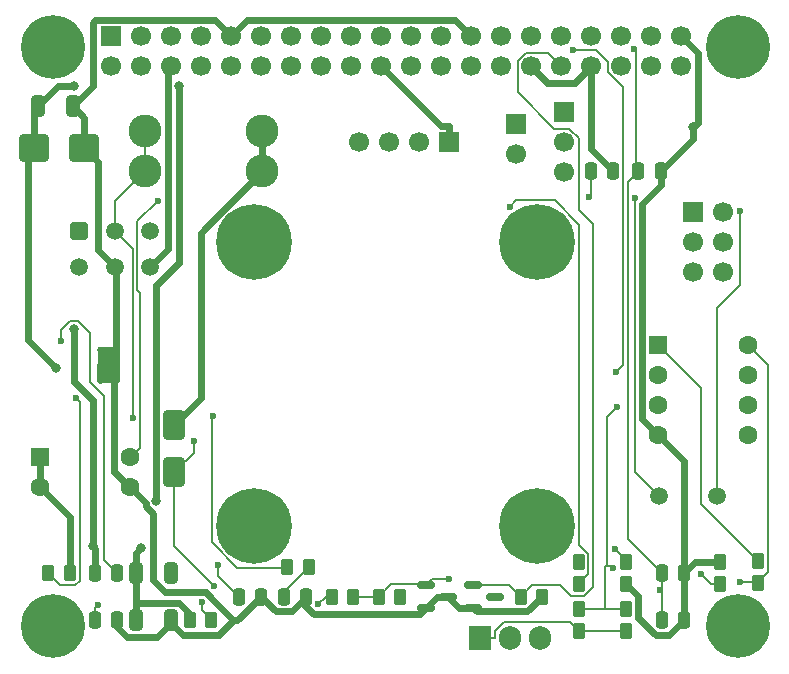
<source format=gbl>
%TF.GenerationSoftware,KiCad,Pcbnew,9.0.7*%
%TF.CreationDate,2026-02-04T17:23:19-06:00*%
%TF.ProjectId,power-hat,706f7765-722d-4686-9174-2e6b69636164,rev?*%
%TF.SameCoordinates,Original*%
%TF.FileFunction,Copper,L2,Bot*%
%TF.FilePolarity,Positive*%
%FSLAX46Y46*%
G04 Gerber Fmt 4.6, Leading zero omitted, Abs format (unit mm)*
G04 Created by KiCad (PCBNEW 9.0.7) date 2026-02-04 17:23:19*
%MOMM*%
%LPD*%
G01*
G04 APERTURE LIST*
G04 Aperture macros list*
%AMRoundRect*
0 Rectangle with rounded corners*
0 $1 Rounding radius*
0 $2 $3 $4 $5 $6 $7 $8 $9 X,Y pos of 4 corners*
0 Add a 4 corners polygon primitive as box body*
4,1,4,$2,$3,$4,$5,$6,$7,$8,$9,$2,$3,0*
0 Add four circle primitives for the rounded corners*
1,1,$1+$1,$2,$3*
1,1,$1+$1,$4,$5*
1,1,$1+$1,$6,$7*
1,1,$1+$1,$8,$9*
0 Add four rect primitives between the rounded corners*
20,1,$1+$1,$2,$3,$4,$5,0*
20,1,$1+$1,$4,$5,$6,$7,0*
20,1,$1+$1,$6,$7,$8,$9,0*
20,1,$1+$1,$8,$9,$2,$3,0*%
G04 Aperture macros list end*
%TA.AperFunction,HeatsinkPad*%
%ADD10C,0.500000*%
%TD*%
%TA.AperFunction,HeatsinkPad*%
%ADD11R,1.800000X3.100000*%
%TD*%
%TA.AperFunction,ComponentPad*%
%ADD12C,5.400000*%
%TD*%
%TA.AperFunction,ComponentPad*%
%ADD13R,1.700000X1.700000*%
%TD*%
%TA.AperFunction,ComponentPad*%
%ADD14C,1.700000*%
%TD*%
%TA.AperFunction,ComponentPad*%
%ADD15C,6.400000*%
%TD*%
%TA.AperFunction,ComponentPad*%
%ADD16C,1.500000*%
%TD*%
%TA.AperFunction,ComponentPad*%
%ADD17C,2.780000*%
%TD*%
%TA.AperFunction,ComponentPad*%
%ADD18R,1.905000X2.000000*%
%TD*%
%TA.AperFunction,ComponentPad*%
%ADD19O,1.905000X2.000000*%
%TD*%
%TA.AperFunction,ComponentPad*%
%ADD20RoundRect,0.250000X-0.550000X-0.550000X0.550000X-0.550000X0.550000X0.550000X-0.550000X0.550000X0*%
%TD*%
%TA.AperFunction,ComponentPad*%
%ADD21C,1.600000*%
%TD*%
%TA.AperFunction,ComponentPad*%
%ADD22RoundRect,0.250001X-0.499999X-0.499999X0.499999X-0.499999X0.499999X0.499999X-0.499999X0.499999X0*%
%TD*%
%TA.AperFunction,SMDPad,CuDef*%
%ADD23RoundRect,0.250000X-0.650000X1.000000X-0.650000X-1.000000X0.650000X-1.000000X0.650000X1.000000X0*%
%TD*%
%TA.AperFunction,SMDPad,CuDef*%
%ADD24RoundRect,0.250000X-0.262500X-0.450000X0.262500X-0.450000X0.262500X0.450000X-0.262500X0.450000X0*%
%TD*%
%TA.AperFunction,SMDPad,CuDef*%
%ADD25RoundRect,0.250000X-0.250000X-0.475000X0.250000X-0.475000X0.250000X0.475000X-0.250000X0.475000X0*%
%TD*%
%TA.AperFunction,SMDPad,CuDef*%
%ADD26RoundRect,0.250000X-0.325000X-0.650000X0.325000X-0.650000X0.325000X0.650000X-0.325000X0.650000X0*%
%TD*%
%TA.AperFunction,SMDPad,CuDef*%
%ADD27RoundRect,0.250000X-1.000000X-0.900000X1.000000X-0.900000X1.000000X0.900000X-1.000000X0.900000X0*%
%TD*%
%TA.AperFunction,SMDPad,CuDef*%
%ADD28RoundRect,0.150000X-0.587500X-0.150000X0.587500X-0.150000X0.587500X0.150000X-0.587500X0.150000X0*%
%TD*%
%TA.AperFunction,ViaPad*%
%ADD29C,0.800000*%
%TD*%
%TA.AperFunction,ViaPad*%
%ADD30C,0.600000*%
%TD*%
%TA.AperFunction,Conductor*%
%ADD31C,0.600000*%
%TD*%
%TA.AperFunction,Conductor*%
%ADD32C,0.200000*%
%TD*%
G04 APERTURE END LIST*
D10*
%TO.P,U1,9,GND*%
%TO.N,GND*%
X103287500Y-83105000D03*
X103287500Y-84405000D03*
X103287500Y-85705000D03*
D11*
X103937500Y-84405000D03*
D10*
X104587500Y-83105000D03*
X104587500Y-84405000D03*
X104587500Y-85705000D03*
%TD*%
D12*
%TO.P,H1,1*%
%TO.N,N/C*%
X99280000Y-57500000D03*
%TD*%
%TO.P,H2,1*%
%TO.N,N/C*%
X157280000Y-57500000D03*
%TD*%
D13*
%TO.P,J3,1,Pin_1*%
%TO.N,unconnected-(J3-Pin_1-Pad1)*%
X153500000Y-71420000D03*
D14*
%TO.P,J3,2,Pin_2*%
%TO.N,unconnected-(J3-Pin_2-Pad2)*%
X156040000Y-71420000D03*
%TO.P,J3,3,Pin_3*%
%TO.N,unconnected-(J3-Pin_3-Pad3)*%
X153500000Y-73960000D03*
%TO.P,J3,4,Pin_4*%
%TO.N,unconnected-(J3-Pin_4-Pad4)*%
X156040000Y-73960000D03*
%TO.P,J3,5,Pin_5*%
%TO.N,unconnected-(J3-Pin_5-Pad5)*%
X153500000Y-76500000D03*
%TO.P,J3,6,Pin_6*%
%TO.N,unconnected-(J3-Pin_6-Pad6)*%
X156040000Y-76500000D03*
%TD*%
D12*
%TO.P,H3,1*%
%TO.N,N/C*%
X99280000Y-106500000D03*
%TD*%
D13*
%TO.P,JP1,1,Pin_1*%
%TO.N,unconnected-(JP1-Pin_1-Pad1)*%
X138500000Y-64000000D03*
D14*
%TO.P,JP1,2,Pin_2*%
%TO.N,unconnected-(JP1-Pin_2-Pad2)*%
X138500000Y-66540000D03*
%TD*%
D12*
%TO.P,H4,1*%
%TO.N,N/C*%
X157280000Y-106500000D03*
%TD*%
D15*
%TO.P,FH1,1*%
%TO.N,N/C*%
X116280000Y-74000000D03*
%TD*%
D16*
%TO.P,Y1,1,1*%
%TO.N,XTAL1*%
X150620000Y-95500000D03*
%TO.P,Y1,2,2*%
%TO.N,XTAL2*%
X155500000Y-95500000D03*
%TD*%
D15*
%TO.P,FH2,1*%
%TO.N,N/C*%
X140280000Y-74000000D03*
%TD*%
D17*
%TO.P,F1,1*%
%TO.N,12V_IGN*%
X107040000Y-64600000D03*
X107040000Y-68000000D03*
%TO.P,F1,2*%
%TO.N,12V_FUSED*%
X116960000Y-64600000D03*
X116960000Y-68000000D03*
%TD*%
D13*
%TO.P,J2,1,Pin_1*%
%TO.N,12V_FUSED*%
X104209500Y-56567700D03*
D14*
%TO.P,J2,2,Pin_2*%
%TO.N,+5V*%
X104209500Y-59107700D03*
%TO.P,J2,3,Pin_3*%
%TO.N,unconnected-(J2-Pin_3-Pad3)*%
X106749500Y-56567700D03*
%TO.P,J2,4,Pin_4*%
%TO.N,+5V*%
X106749500Y-59107700D03*
%TO.P,J2,5,Pin_5*%
%TO.N,unconnected-(J2-Pin_5-Pad5)*%
X109289500Y-56567700D03*
%TO.P,J2,6,Pin_6*%
%TO.N,GND*%
X109289500Y-59107700D03*
%TO.P,J2,7,Pin_7*%
%TO.N,unconnected-(J2-Pin_7-Pad7)*%
X111829500Y-56567700D03*
%TO.P,J2,8,Pin_8*%
%TO.N,unconnected-(J2-Pin_8-Pad8)*%
X111829500Y-59107700D03*
%TO.P,J2,9,Pin_9*%
%TO.N,GND*%
X114369500Y-56567700D03*
%TO.P,J2,10,Pin_10*%
%TO.N,unconnected-(J2-Pin_10-Pad10)*%
X114369500Y-59107700D03*
%TO.P,J2,11,Pin_11*%
%TO.N,unconnected-(J2-Pin_11-Pad11)*%
X116909500Y-56567700D03*
%TO.P,J2,12,Pin_12*%
%TO.N,unconnected-(J2-Pin_12-Pad12)*%
X116909500Y-59107700D03*
%TO.P,J2,13,Pin_13*%
%TO.N,unconnected-(J2-Pin_13-Pad13)*%
X119449500Y-56567700D03*
%TO.P,J2,14,Pin_14*%
%TO.N,GND*%
X119449500Y-59107700D03*
%TO.P,J2,15,Pin_15*%
%TO.N,SHUTDOWN_REQ*%
X121989500Y-56567700D03*
%TO.P,J2,16,Pin_16*%
%TO.N,unconnected-(J2-Pin_16-Pad16)*%
X121989500Y-59107700D03*
%TO.P,J2,17,Pin_17*%
%TO.N,+3.3V*%
X124529500Y-56567700D03*
%TO.P,J2,18,Pin_18*%
%TO.N,unconnected-(J2-Pin_18-Pad18)*%
X124529500Y-59107700D03*
%TO.P,J2,19,Pin_19*%
%TO.N,unconnected-(J2-Pin_19-Pad19)*%
X127069500Y-56567700D03*
%TO.P,J2,20,Pin_20*%
%TO.N,GND*%
X127069500Y-59107700D03*
%TO.P,J2,21,Pin_21*%
%TO.N,unconnected-(J2-Pin_21-Pad21)*%
X129609500Y-56567700D03*
%TO.P,J2,22,Pin_22*%
%TO.N,unconnected-(J2-Pin_22-Pad22)*%
X129609500Y-59107700D03*
%TO.P,J2,23,Pin_23*%
%TO.N,unconnected-(J2-Pin_23-Pad23)*%
X132149500Y-56567700D03*
%TO.P,J2,24,Pin_24*%
%TO.N,unconnected-(J2-Pin_24-Pad24)*%
X132149500Y-59107700D03*
%TO.P,J2,25,Pin_25*%
%TO.N,GND*%
X134689500Y-56567700D03*
%TO.P,J2,26,Pin_26*%
%TO.N,unconnected-(J2-Pin_26-Pad26)*%
X134689500Y-59107700D03*
%TO.P,J2,27,Pin_27*%
%TO.N,unconnected-(J2-Pin_27-Pad27)*%
X137229500Y-56567700D03*
%TO.P,J2,28,Pin_28*%
%TO.N,unconnected-(J2-Pin_28-Pad28)*%
X137229500Y-59107700D03*
%TO.P,J2,29,Pin_29*%
%TO.N,unconnected-(J2-Pin_29-Pad29)*%
X139769500Y-56567700D03*
%TO.P,J2,30,Pin_30*%
%TO.N,GND*%
X139769500Y-59107700D03*
%TO.P,J2,31,Pin_31*%
%TO.N,unconnected-(J2-Pin_31-Pad31)*%
X142309500Y-56567700D03*
%TO.P,J2,32,Pin_32*%
%TO.N,FAN_PWM*%
X142309500Y-59107700D03*
%TO.P,J2,33,Pin_33*%
%TO.N,FAN_TACH*%
X144849500Y-56567700D03*
%TO.P,J2,34,Pin_34*%
%TO.N,GND*%
X144849500Y-59107700D03*
%TO.P,J2,35,Pin_35*%
%TO.N,unconnected-(J2-Pin_35-Pad35)*%
X147389500Y-56567700D03*
%TO.P,J2,36,Pin_36*%
%TO.N,unconnected-(J2-Pin_36-Pad36)*%
X147389500Y-59107700D03*
%TO.P,J2,37,Pin_37*%
%TO.N,unconnected-(J2-Pin_37-Pad37)*%
X149929500Y-56567700D03*
%TO.P,J2,38,Pin_38*%
%TO.N,unconnected-(J2-Pin_38-Pad38)*%
X149929500Y-59107700D03*
%TO.P,J2,39,Pin_39*%
%TO.N,GND*%
X152469500Y-56567700D03*
%TO.P,J2,40,Pin_40*%
%TO.N,unconnected-(J2-Pin_40-Pad40)*%
X152469500Y-59107700D03*
%TD*%
D15*
%TO.P,FH3,1*%
%TO.N,N/C*%
X116280000Y-98000000D03*
%TD*%
%TO.P,FH4,1*%
%TO.N,N/C*%
X140280000Y-98000000D03*
%TD*%
D13*
%TO.P,JP2,1,Pin_1*%
%TO.N,unconnected-(JP2-Pin_1-Pad1)*%
X142500000Y-63000000D03*
D14*
%TO.P,JP2,2,Pin_2*%
%TO.N,unconnected-(JP2-Pin_2-Pad2)*%
X142500000Y-65540000D03*
%TO.P,JP2,3,Pin_3*%
%TO.N,unconnected-(JP2-Pin_3-Pad3)*%
X142500000Y-68080000D03*
%TD*%
D18*
%TO.P,Q1,1,G*%
%TO.N,/Q1_GATE*%
X135420000Y-107500000D03*
D19*
%TO.P,Q1,2,D*%
%TO.N,12V_SWITCHED*%
X137960000Y-107500000D03*
%TO.P,Q1,3,S*%
X140500000Y-107500000D03*
%TD*%
D13*
%TO.P,J4,1,Pin_1*%
%TO.N,GND*%
X132810000Y-65500000D03*
D14*
%TO.P,J4,2,Pin_2*%
%TO.N,FAN+*%
X130270000Y-65500000D03*
%TO.P,J4,3,Pin_3*%
%TO.N,FAN_TACH*%
X127730000Y-65500000D03*
%TO.P,J4,4,Pin_4*%
%TO.N,FAN_PWM*%
X125190000Y-65500000D03*
%TD*%
D20*
%TO.P,U3,1,~{RESET}/PB5*%
%TO.N,RESET*%
X150500000Y-82690000D03*
D21*
%TO.P,U3,2,XTAL1/PB3*%
%TO.N,GATE_CTRL*%
X150500000Y-85230000D03*
%TO.P,U3,3,XTAL2/PB4*%
%TO.N,SHUTDOWN_REQ*%
X150500000Y-87770000D03*
%TO.P,U3,4,GND*%
%TO.N,GND*%
X150500000Y-90310000D03*
%TO.P,U3,5,AREF/PB0*%
%TO.N,HEARTBEAT_LED*%
X158120000Y-90310000D03*
%TO.P,U3,6,PB1*%
%TO.N,TIMER_LED*%
X158120000Y-87770000D03*
%TO.P,U3,7,PB2*%
%TO.N,IGN_DETECT*%
X158120000Y-85230000D03*
%TO.P,U3,8,VCC*%
%TO.N,+3.3V*%
X158120000Y-82690000D03*
%TD*%
D22*
%TO.P,J1,1,Pin_1*%
%TO.N,12V_IGN*%
X101500000Y-73060000D03*
D16*
%TO.P,J1,2,Pin_2*%
X104500000Y-73060000D03*
%TO.P,J1,3,Pin_3*%
%TO.N,12V_ACC*%
X107500000Y-73060000D03*
%TO.P,J1,4,Pin_4*%
%TO.N,GND*%
X101500000Y-76060000D03*
%TO.P,J1,5,Pin_5*%
X104500000Y-76060000D03*
%TO.P,J1,6,Pin_6*%
X107500000Y-76060000D03*
%TD*%
D20*
%TO.P,U2,1*%
%TO.N,GND*%
X98195000Y-92225000D03*
D21*
%TO.P,U2,2*%
X98195000Y-94765000D03*
%TO.P,U2,3*%
X105815000Y-94765000D03*
%TO.P,U2,4*%
%TO.N,IGN_DETECT*%
X105815000Y-92225000D03*
%TD*%
D23*
%TO.P,D2,1,K*%
%TO.N,12V_FUSED*%
X109500000Y-89500000D03*
%TO.P,D2,2,A*%
%TO.N,12V_IGN*%
X109500000Y-93500000D03*
%TD*%
D24*
%TO.P,R2,1*%
%TO.N,/Q1_GATE*%
X147780000Y-106912500D03*
%TO.P,R2,2*%
%TO.N,GATE_CTRL*%
X147780000Y-105087500D03*
%TD*%
%TO.P,R3,1*%
%TO.N,+5V*%
X110867500Y-106000000D03*
%TO.P,R3,2*%
%TO.N,/U1_FB*%
X112692500Y-106000000D03*
%TD*%
D25*
%TO.P,C1,1*%
%TO.N,+3.3V*%
X102830000Y-106000000D03*
%TO.P,C1,2*%
%TO.N,GND*%
X104730000Y-106000000D03*
%TD*%
D26*
%TO.P,C9,1*%
%TO.N,12V_FUSED*%
X98000000Y-62500000D03*
%TO.P,C9,2*%
%TO.N,GND*%
X100950000Y-62500000D03*
%TD*%
D25*
%TO.P,C4,1*%
%TO.N,+3.3V*%
X148830000Y-68000000D03*
%TO.P,C4,2*%
%TO.N,GND*%
X150730000Y-68000000D03*
%TD*%
%TO.P,C_BOOT1,1*%
%TO.N,/U1_SW*%
X102830000Y-102000000D03*
%TO.P,C_BOOT1,2*%
%TO.N,/U1_BOOT*%
X104730000Y-102000000D03*
%TD*%
D24*
%TO.P,R1,1*%
%TO.N,GND*%
X147780000Y-102912500D03*
%TO.P,R1,2*%
%TO.N,/U1_FB*%
X147780000Y-101087500D03*
%TD*%
D27*
%TO.P,D1,1,A1*%
%TO.N,12V_FUSED*%
X97630000Y-66000000D03*
%TO.P,D1,2,A2*%
%TO.N,GND*%
X101930000Y-66000000D03*
%TD*%
D24*
%TO.P,R5,1*%
%TO.N,/Q1_GATE*%
X143780000Y-106912500D03*
%TO.P,R5,2*%
%TO.N,GATE_CTRL*%
X143780000Y-105087500D03*
%TD*%
D25*
%TO.P,C5,1*%
%TO.N,+3.3V*%
X150830000Y-102000000D03*
%TO.P,C5,2*%
%TO.N,GND*%
X152730000Y-102000000D03*
%TD*%
D26*
%TO.P,C2,1*%
%TO.N,+5V*%
X106305000Y-106000000D03*
%TO.P,C2,2*%
%TO.N,GND*%
X109255000Y-106000000D03*
%TD*%
D24*
%TO.P,R7,1*%
%TO.N,+3.3V*%
X159000000Y-102825000D03*
%TO.P,R7,2*%
%TO.N,RESET*%
X159000000Y-101000000D03*
%TD*%
%TO.P,R9,1*%
%TO.N,GATE_CTRL*%
X126867500Y-104000000D03*
%TO.P,R9,2*%
%TO.N,Q2_GATE*%
X128692500Y-104000000D03*
%TD*%
D28*
%TO.P,Q3,1,G*%
%TO.N,FAN_PWM*%
X134842500Y-103050000D03*
%TO.P,Q3,2,S*%
%TO.N,GND*%
X134842500Y-104950000D03*
%TO.P,Q3,3,D*%
%TO.N,FAN-*%
X136717500Y-104000000D03*
%TD*%
D24*
%TO.P,R10,1*%
%TO.N,FAN_PWM*%
X138867500Y-104000000D03*
%TO.P,R10,2*%
%TO.N,GND*%
X140692500Y-104000000D03*
%TD*%
%TO.P,R_RT1,1*%
%TO.N,/RT_CLK*%
X98867500Y-102000000D03*
%TO.P,R_RT1,2*%
%TO.N,GND*%
X100692500Y-102000000D03*
%TD*%
D25*
%TO.P,C3,1*%
%TO.N,IGN_DETECT*%
X144830000Y-68000000D03*
%TO.P,C3,2*%
%TO.N,GND*%
X146730000Y-68000000D03*
%TD*%
D24*
%TO.P,R6,1*%
%TO.N,12V_IGN*%
X155780000Y-102912500D03*
%TO.P,R6,2*%
%TO.N,GND*%
X155780000Y-101087500D03*
%TD*%
%TO.P,R4,1*%
%TO.N,12V_ACC*%
X143780000Y-102912500D03*
%TO.P,R4,2*%
%TO.N,R6_OUT*%
X143780000Y-101087500D03*
%TD*%
D26*
%TO.P,C8,1*%
%TO.N,+5V*%
X106305000Y-102000000D03*
%TO.P,C8,2*%
%TO.N,U1-FB*%
X109255000Y-102000000D03*
%TD*%
D28*
%TO.P,Q2,1,G*%
%TO.N,GATE_CTRL*%
X130842500Y-103050000D03*
%TO.P,Q2,2,S*%
%TO.N,GND*%
X130842500Y-104950000D03*
%TO.P,Q2,3,D*%
X132717500Y-104000000D03*
%TD*%
D25*
%TO.P,C6,1*%
%TO.N,+3.3V*%
X150830000Y-106000000D03*
%TO.P,C6,2*%
%TO.N,GND*%
X152730000Y-106000000D03*
%TD*%
%TO.P,C7,1*%
%TO.N,XTAL1*%
X115000000Y-104000000D03*
%TO.P,C7,2*%
%TO.N,GND*%
X116900000Y-104000000D03*
%TD*%
D24*
%TO.P,R8,1*%
%TO.N,+3.3V*%
X122867500Y-104000000D03*
%TO.P,R8,2*%
%TO.N,GATE_CTRL*%
X124692500Y-104000000D03*
%TD*%
D25*
%TO.P,C_COMP1,1*%
%TO.N,/COMP_RC*%
X118830000Y-104000000D03*
%TO.P,C_COMP1,2*%
%TO.N,GND*%
X120730000Y-104000000D03*
%TD*%
D24*
%TO.P,R_COMP1,1*%
%TO.N,/U1_COMP*%
X119087500Y-101500000D03*
%TO.P,R_COMP1,2*%
%TO.N,/COMP_RC*%
X120912500Y-101500000D03*
%TD*%
D29*
%TO.N,GND*%
X153472200Y-64252500D03*
D30*
%TO.N,+3.3V*%
X121737000Y-104670800D03*
X150643600Y-103455100D03*
X157431600Y-102794200D03*
X103050700Y-104729100D03*
X148446300Y-57651000D03*
D29*
%TO.N,+5V*%
X108014100Y-95936100D03*
X109907400Y-60771600D03*
X106699200Y-99882800D03*
D30*
%TO.N,IGN_DETECT*%
X108188600Y-70483100D03*
X144622900Y-70144800D03*
%TO.N,XTAL1*%
X113253500Y-101333600D03*
X148561400Y-70219200D03*
%TO.N,XTAL2*%
X157403900Y-71357600D03*
D29*
%TO.N,12V_FUSED*%
X101041700Y-60815500D03*
X99516500Y-84641200D03*
D30*
%TO.N,/U1_BOOT*%
X99975500Y-82405300D03*
D29*
%TO.N,/U1_SW*%
X102626400Y-99747300D03*
X101047200Y-81360200D03*
D30*
%TO.N,12V_ACC*%
X137957300Y-71009300D03*
%TO.N,SHUTDOWN_REQ*%
X146961300Y-84957800D03*
X143311300Y-57759700D03*
%TO.N,GATE_CTRL*%
X146664700Y-101617000D03*
X147051600Y-87915700D03*
X132842500Y-102530500D03*
%TO.N,/U1_FB*%
X111875000Y-104425800D03*
X146862400Y-99957700D03*
%TO.N,/U1_COMP*%
X112805400Y-88739300D03*
%TO.N,/RT_CLK*%
X101203400Y-87201400D03*
%TO.N,12V_IGN*%
X111189500Y-90873600D03*
X106007800Y-88848900D03*
X154159500Y-102107800D03*
X112934100Y-103118500D03*
%TD*%
D31*
%TO.N,GND*%
X139769500Y-59107700D02*
X141143600Y-60481800D01*
X133667500Y-104950000D02*
X132717500Y-104000000D01*
X107111100Y-96063500D02*
X107111200Y-96063600D01*
X114369500Y-56567700D02*
X115720500Y-55216700D01*
X107112400Y-96309500D02*
X107780000Y-96977100D01*
X113304600Y-107253000D02*
X114545200Y-106012400D01*
X130311600Y-105480900D02*
X130842500Y-104950000D01*
X152730000Y-102000000D02*
X152730000Y-92540000D01*
X120299100Y-104430900D02*
X121349000Y-105480900D01*
X102669800Y-55405400D02*
X102858500Y-55216700D01*
X107780000Y-96977100D02*
X107780000Y-102629200D01*
X150730000Y-68000000D02*
X153472200Y-65257800D01*
X98195000Y-92225000D02*
X98195000Y-94765000D01*
X104500000Y-76060000D02*
X104587500Y-76147500D01*
X118127700Y-105227700D02*
X116900000Y-104000000D01*
X108106100Y-107402700D02*
X105575200Y-107402700D01*
X104474100Y-93424100D02*
X105815000Y-94765000D01*
X133338500Y-55216700D02*
X134689500Y-56567700D01*
X109255000Y-106253800D02*
X109255000Y-106000000D01*
X132110100Y-64148300D02*
X132810000Y-64148300D01*
X104474100Y-85818400D02*
X104474100Y-93424100D01*
X100692500Y-102000000D02*
X100692500Y-97262500D01*
X107111200Y-96063600D02*
X107111200Y-96167000D01*
X109289500Y-59107700D02*
X109005700Y-59391500D01*
X141143600Y-60481800D02*
X143475400Y-60481800D01*
X107780000Y-102629200D02*
X108774900Y-103624100D01*
X103937500Y-84405000D02*
X104587500Y-84405000D01*
X102858500Y-55216700D02*
X113018500Y-55216700D01*
X139443000Y-105249500D02*
X135142000Y-105249500D01*
X101930000Y-66000000D02*
X103112400Y-67182400D01*
X152469500Y-56567700D02*
X153857200Y-57955400D01*
X102669800Y-60780200D02*
X102669800Y-55405400D01*
X103112400Y-74672400D02*
X104500000Y-76060000D01*
X151449200Y-107280800D02*
X150294600Y-107280800D01*
X101930000Y-66000000D02*
X101930000Y-63480000D01*
X112676700Y-104144000D02*
X114545200Y-106012400D01*
X132810000Y-65500000D02*
X132810000Y-64148300D01*
X109255000Y-106253800D02*
X108106100Y-107402700D01*
X127069500Y-59107700D02*
X132110100Y-64148300D01*
X134842500Y-104950000D02*
X133667500Y-104950000D01*
X108774900Y-103624100D02*
X112207100Y-103624100D01*
X112676700Y-104093700D02*
X112676700Y-104144000D01*
X107111200Y-96167000D02*
X107112400Y-96168200D01*
X121349000Y-105480900D02*
X130311600Y-105480900D01*
X135142000Y-105249500D02*
X134842500Y-104950000D01*
X131792500Y-104000000D02*
X130842500Y-104950000D01*
X152730000Y-106000000D02*
X151449200Y-107280800D01*
X109005700Y-74554300D02*
X107500000Y-76060000D01*
X153642500Y-101087500D02*
X152730000Y-102000000D01*
X110254200Y-107253000D02*
X113304600Y-107253000D01*
X152730000Y-102000000D02*
X152730000Y-106000000D01*
X104587500Y-85705000D02*
X104474100Y-85818400D01*
X109005700Y-59391500D02*
X109005700Y-74554300D01*
X143475400Y-60481800D02*
X144849500Y-59107700D01*
X150730000Y-69184400D02*
X150730000Y-68000000D01*
X100692500Y-97262500D02*
X98195000Y-94765000D01*
X105575200Y-107402700D02*
X104730000Y-106557500D01*
X148795200Y-105781400D02*
X148795200Y-103927700D01*
X109255000Y-106253800D02*
X110254200Y-107253000D01*
X120730000Y-104000000D02*
X120299100Y-104430900D01*
X115720500Y-55216700D02*
X133338500Y-55216700D01*
X144849500Y-66119500D02*
X146730000Y-68000000D01*
X140692500Y-104000000D02*
X139443000Y-105249500D01*
X104587500Y-85705000D02*
X104587500Y-84405000D01*
X107111100Y-96061100D02*
X107111100Y-96063500D01*
X153472200Y-65257800D02*
X153472200Y-64252500D01*
X105815000Y-94765000D02*
X107111100Y-96061100D01*
X153857200Y-57955400D02*
X153857200Y-63867500D01*
X114545200Y-106012500D02*
X114545200Y-106012400D01*
X107112400Y-96168200D02*
X107112400Y-96309500D01*
X155780000Y-101087500D02*
X153642500Y-101087500D01*
X100950000Y-62500000D02*
X102669800Y-60780200D01*
X116900000Y-104000000D02*
X114887500Y-106012500D01*
X112207100Y-103624100D02*
X112676700Y-104093700D01*
X103287500Y-85705000D02*
X103287500Y-84405000D01*
X120299100Y-104430900D02*
X119502300Y-105227700D01*
X114887500Y-106012500D02*
X114545200Y-106012500D01*
X144849500Y-59107700D02*
X144849500Y-66119500D01*
X113018500Y-55216700D02*
X114369500Y-56567700D01*
X149183900Y-88993900D02*
X149183900Y-70730500D01*
X132717500Y-104000000D02*
X131792500Y-104000000D01*
X152730000Y-92540000D02*
X150500000Y-90310000D01*
X153857200Y-63867500D02*
X153472200Y-64252500D01*
X149183900Y-70730500D02*
X150730000Y-69184400D01*
X119502300Y-105227700D02*
X118127700Y-105227700D01*
X104587500Y-76147500D02*
X104587500Y-83105000D01*
X101930000Y-63480000D02*
X100950000Y-62500000D01*
X150294600Y-107280800D02*
X148795200Y-105781400D01*
X104587500Y-83105000D02*
X104587500Y-84405000D01*
X103112400Y-67182400D02*
X103112400Y-74672400D01*
X150500000Y-90310000D02*
X149183900Y-88993900D01*
X148795200Y-103927700D02*
X147780000Y-102912500D01*
X104730000Y-106557500D02*
X104730000Y-106000000D01*
D32*
%TO.N,+3.3V*%
X159834600Y-101959600D02*
X159834600Y-84404600D01*
X122407800Y-104000000D02*
X121737000Y-104670800D01*
X159000000Y-102794200D02*
X157431600Y-102794200D01*
X150830000Y-103455100D02*
X150643600Y-103455100D01*
X147959700Y-68870300D02*
X148830000Y-68000000D01*
X148659500Y-67829500D02*
X148830000Y-68000000D01*
X148659500Y-57864200D02*
X148659500Y-67829500D01*
X150830000Y-102000000D02*
X147959700Y-99129700D01*
X159000000Y-102825000D02*
X159000000Y-102794200D01*
X148446300Y-57651000D02*
X148659500Y-57864200D01*
X159834600Y-84404600D02*
X158120000Y-82690000D01*
X159000000Y-102794200D02*
X159834600Y-101959600D01*
X102830000Y-104949800D02*
X102830000Y-106000000D01*
X122867500Y-104000000D02*
X122407800Y-104000000D01*
X147959700Y-99129700D02*
X147959700Y-68870300D01*
X103050700Y-104729100D02*
X102830000Y-104949800D01*
X150830000Y-102000000D02*
X150830000Y-103455100D01*
X150830000Y-103455100D02*
X150830000Y-106000000D01*
D31*
%TO.N,+5V*%
X109929200Y-104562900D02*
X110867500Y-105501200D01*
X109907400Y-75747600D02*
X109907400Y-60771600D01*
X106305000Y-106000000D02*
X106305000Y-104562900D01*
X106305000Y-104562900D02*
X109929200Y-104562900D01*
X106305000Y-102000000D02*
X106305000Y-100277000D01*
X106305000Y-104562900D02*
X106305000Y-102000000D01*
X110867500Y-105501200D02*
X110867500Y-106000000D01*
X108014100Y-77640900D02*
X109907400Y-75747600D01*
X106305000Y-100277000D02*
X106699200Y-99882800D01*
X108014100Y-95936100D02*
X108014100Y-77640900D01*
D32*
%TO.N,IGN_DETECT*%
X105815000Y-92225000D02*
X106650600Y-91389400D01*
X144830000Y-69937700D02*
X144830000Y-68000000D01*
X106429000Y-78050200D02*
X106429000Y-72242700D01*
X106650600Y-78271800D02*
X106429000Y-78050200D01*
X144622900Y-70144800D02*
X144830000Y-69937700D01*
X106650600Y-91389400D02*
X106650600Y-78271800D01*
X106429000Y-72242700D02*
X108188600Y-70483100D01*
%TO.N,XTAL1*%
X115000000Y-104000000D02*
X113455400Y-102455400D01*
X113455400Y-102453300D02*
X113253500Y-102251400D01*
X148561400Y-93441400D02*
X150620000Y-95500000D01*
X113455400Y-102455400D02*
X113455400Y-102453300D01*
X113253500Y-102251400D02*
X113253500Y-101333600D01*
X148561400Y-70219200D02*
X148561400Y-93441400D01*
%TO.N,XTAL2*%
X157403900Y-71357600D02*
X157403900Y-77665400D01*
X155500000Y-79569300D02*
X155500000Y-95500000D01*
X157403900Y-77665400D02*
X155500000Y-79569300D01*
D31*
%TO.N,12V_FUSED*%
X109500000Y-89500000D02*
X111771500Y-87228500D01*
X97630000Y-66000000D02*
X97199500Y-66430500D01*
X97630000Y-62870000D02*
X98000000Y-62500000D01*
X97199500Y-66430500D02*
X97199500Y-82324200D01*
X97630000Y-66000000D02*
X97630000Y-62870000D01*
X97199500Y-82324200D02*
X99516500Y-84641200D01*
X99684500Y-60815500D02*
X101041700Y-60815500D01*
X111771500Y-87228500D02*
X111771500Y-73188500D01*
X116960000Y-68000000D02*
X116960000Y-64600000D01*
X111771500Y-73188500D02*
X116960000Y-68000000D01*
X98000000Y-62500000D02*
X99684500Y-60815500D01*
D32*
%TO.N,/U1_BOOT*%
X99975500Y-81431900D02*
X100751200Y-80656200D01*
X102390000Y-81651300D02*
X102390000Y-85808800D01*
X103629700Y-87048500D02*
X103629700Y-100899700D01*
X100751200Y-80656200D02*
X101394900Y-80656200D01*
X103629700Y-100899700D02*
X104730000Y-102000000D01*
X102390000Y-85808800D02*
X103629700Y-87048500D01*
X101394900Y-80656200D02*
X102390000Y-81651300D01*
X99975500Y-82405300D02*
X99975500Y-81431900D01*
D31*
%TO.N,/U1_SW*%
X101047200Y-85796200D02*
X102626400Y-87375400D01*
X101047200Y-81360200D02*
X101047200Y-85796200D01*
X102626400Y-87375400D02*
X102626400Y-99747300D01*
X102830000Y-99950900D02*
X102830000Y-102000000D01*
X102626400Y-99747300D02*
X102830000Y-99950900D01*
D32*
%TO.N,/COMP_RC*%
X118830000Y-103582500D02*
X118830000Y-104000000D01*
X120912500Y-101500000D02*
X118830000Y-103582500D01*
%TO.N,12V_ACC*%
X143805500Y-99619100D02*
X143805500Y-72510200D01*
X144595200Y-100408700D02*
X143805600Y-99619100D01*
X141748100Y-70452800D02*
X138513800Y-70452800D01*
X138513800Y-70452800D02*
X137957300Y-71009300D01*
X144595200Y-102097300D02*
X144595200Y-100408700D01*
X143780000Y-102912500D02*
X144595200Y-102097300D01*
X143805500Y-72510200D02*
X141748100Y-70452800D01*
X143805600Y-99619100D02*
X143805500Y-99619100D01*
%TO.N,SHUTDOWN_REQ*%
X147545400Y-60892300D02*
X146237800Y-59584700D01*
X146237800Y-58770300D02*
X145227200Y-57759700D01*
X145227200Y-57759700D02*
X143311300Y-57759700D01*
X146237800Y-59584700D02*
X146237800Y-58770300D01*
X146961300Y-84957800D02*
X147545400Y-84373700D01*
X147545400Y-84373700D02*
X147545400Y-60892300D01*
%TO.N,/Q1_GATE*%
X136674200Y-107500000D02*
X136674200Y-106951300D01*
X135420000Y-107500000D02*
X136674200Y-107500000D01*
X147780000Y-106912500D02*
X143780000Y-106912500D01*
X143059200Y-106191700D02*
X143780000Y-106912500D01*
X136674200Y-106951300D02*
X137433800Y-106191700D01*
X137433800Y-106191700D02*
X143059200Y-106191700D01*
%TO.N,GATE_CTRL*%
X146486800Y-101617000D02*
X146664700Y-101617000D01*
X146000400Y-105087500D02*
X146000400Y-101439100D01*
X146182800Y-88784500D02*
X147051600Y-87915700D01*
X130757200Y-102964700D02*
X130842500Y-103050000D01*
X124692500Y-104000000D02*
X126867500Y-104000000D01*
X146664700Y-101617000D02*
X146486800Y-101617000D01*
X147780000Y-105087500D02*
X146000400Y-105087500D01*
X131362000Y-102530500D02*
X130842500Y-103050000D01*
X146182800Y-101439100D02*
X146486800Y-101439100D01*
X126867500Y-104000000D02*
X127902800Y-102964700D01*
X146000400Y-105087500D02*
X143780000Y-105087500D01*
X146000400Y-101439100D02*
X146182800Y-101439100D01*
X146182800Y-101439100D02*
X146182800Y-88784500D01*
X127902800Y-102964700D02*
X130757200Y-102964700D01*
X132842500Y-102530500D02*
X131362000Y-102530500D01*
X146486800Y-101439100D02*
X146664700Y-101617000D01*
%TO.N,FAN_PWM*%
X144996900Y-103189600D02*
X144996900Y-72502700D01*
X137917500Y-103050000D02*
X134842500Y-103050000D01*
X138867500Y-104000000D02*
X139872900Y-102994600D01*
X139872900Y-102994600D02*
X142240100Y-102994600D01*
X142240100Y-102994600D02*
X143160700Y-103915200D01*
X143971800Y-71477600D02*
X143807000Y-71312800D01*
X141701700Y-64377300D02*
X138617800Y-61293400D01*
X144271300Y-103915200D02*
X144996900Y-103189600D01*
X143807000Y-65198500D02*
X142985800Y-64377300D01*
X141157800Y-57956000D02*
X142309500Y-59107700D01*
X138617800Y-61293400D02*
X138617800Y-58630700D01*
X144996900Y-72502700D02*
X143971800Y-71477600D01*
X138617800Y-58630700D02*
X139292500Y-57956000D01*
X138867500Y-104000000D02*
X137917500Y-103050000D01*
X139292500Y-57956000D02*
X141157800Y-57956000D01*
X142985800Y-64377300D02*
X141701700Y-64377300D01*
X143160700Y-103915200D02*
X144271300Y-103915200D01*
X143971800Y-71477600D02*
X143807000Y-71312800D01*
X143807000Y-71312800D02*
X143807000Y-65198500D01*
%TO.N,/U1_FB*%
X112692500Y-106000000D02*
X111875000Y-105182500D01*
X111875000Y-105182500D02*
X111875000Y-104425800D01*
X146862400Y-99957700D02*
X147780000Y-100875300D01*
X147780000Y-100875300D02*
X147780000Y-101087500D01*
%TO.N,RESET*%
X150500000Y-82690000D02*
X154139000Y-86329000D01*
X154139000Y-86329000D02*
X154139000Y-96139000D01*
X154139000Y-96139000D02*
X159000000Y-101000000D01*
%TO.N,/U1_COMP*%
X114882500Y-101570200D02*
X119017300Y-101570200D01*
X112805400Y-88739300D02*
X112713700Y-88831000D01*
X112713700Y-99401400D02*
X114882500Y-101570200D01*
X119017300Y-101570200D02*
X119087500Y-101500000D01*
X112713700Y-88831000D02*
X112713700Y-99401400D01*
%TO.N,/RT_CLK*%
X101553100Y-87551100D02*
X101203400Y-87201400D01*
X99896200Y-103028700D02*
X101172000Y-103028700D01*
X98867500Y-102000000D02*
X99896200Y-103028700D01*
X101553100Y-102647600D02*
X101553100Y-87551100D01*
X101172000Y-103028700D02*
X101553100Y-102647600D01*
%TO.N,12V_IGN*%
X109500000Y-93500000D02*
X109500000Y-99684400D01*
X104500000Y-73060000D02*
X106007800Y-74567800D01*
X111189500Y-91383300D02*
X111189500Y-91810500D01*
X104500000Y-70540000D02*
X104500000Y-73060000D01*
X112934100Y-103118500D02*
X112947800Y-103132200D01*
X111189500Y-91810500D02*
X109500000Y-93500000D01*
X111189500Y-90873600D02*
X111189500Y-91342000D01*
X111189500Y-91342000D02*
X111189500Y-91383300D01*
X154076300Y-102191000D02*
X154159500Y-102107800D01*
X106007800Y-74567800D02*
X106007800Y-88848900D01*
X107040000Y-64600000D02*
X107040000Y-68000000D01*
X107040000Y-68000000D02*
X104500000Y-70540000D01*
X155780000Y-102912500D02*
X154964200Y-102912500D01*
X109500000Y-99684400D02*
X112934100Y-103118500D01*
X154159500Y-102107800D02*
X154076300Y-102191000D01*
X112947800Y-103132200D02*
X112934100Y-103118500D01*
X154964200Y-102912500D02*
X154159500Y-102107800D01*
%TD*%
M02*

</source>
